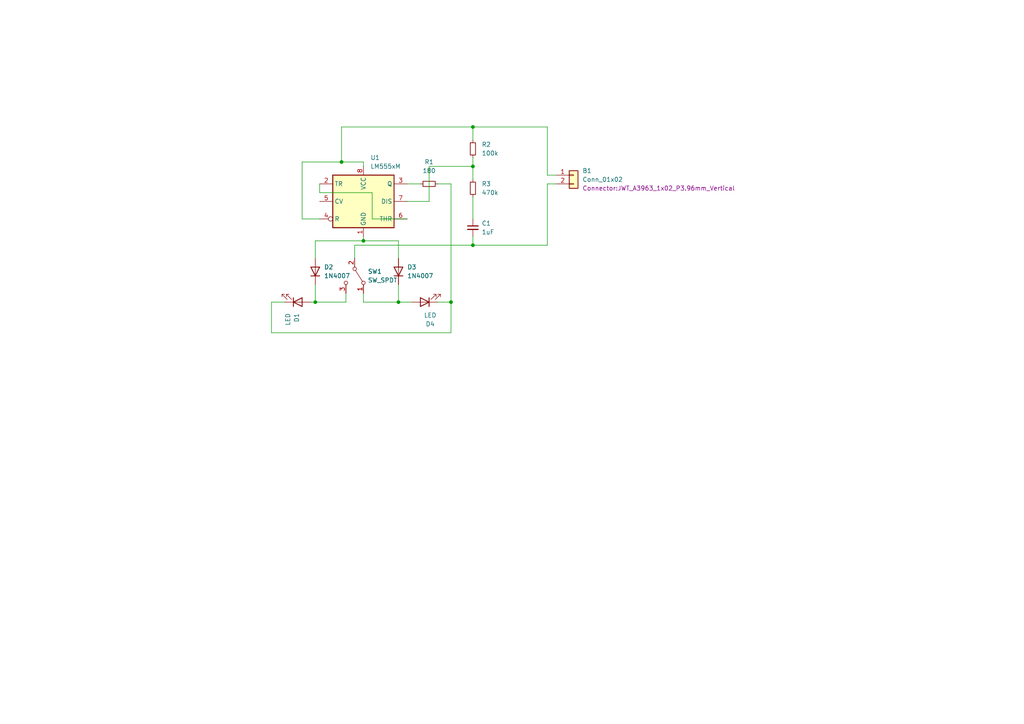
<source format=kicad_sch>
(kicad_sch (version 20211123) (generator eeschema)

  (uuid 9538e4ed-27e6-4c37-b989-9859dc0d49e8)

  (paper "A4")

  (lib_symbols
    (symbol "Connector_Generic:Conn_01x02" (pin_names (offset 1.016) hide) (in_bom yes) (on_board yes)
      (property "Reference" "J" (id 0) (at 0 2.54 0)
        (effects (font (size 1.27 1.27)))
      )
      (property "Value" "Conn_01x02" (id 1) (at 0 -5.08 0)
        (effects (font (size 1.27 1.27)))
      )
      (property "Footprint" "" (id 2) (at 0 0 0)
        (effects (font (size 1.27 1.27)) hide)
      )
      (property "Datasheet" "~" (id 3) (at 0 0 0)
        (effects (font (size 1.27 1.27)) hide)
      )
      (property "ki_keywords" "connector" (id 4) (at 0 0 0)
        (effects (font (size 1.27 1.27)) hide)
      )
      (property "ki_description" "Generic connector, single row, 01x02, script generated (kicad-library-utils/schlib/autogen/connector/)" (id 5) (at 0 0 0)
        (effects (font (size 1.27 1.27)) hide)
      )
      (property "ki_fp_filters" "Connector*:*_1x??_*" (id 6) (at 0 0 0)
        (effects (font (size 1.27 1.27)) hide)
      )
      (symbol "Conn_01x02_1_1"
        (rectangle (start -1.27 -2.413) (end 0 -2.667)
          (stroke (width 0.1524) (type default) (color 0 0 0 0))
          (fill (type none))
        )
        (rectangle (start -1.27 0.127) (end 0 -0.127)
          (stroke (width 0.1524) (type default) (color 0 0 0 0))
          (fill (type none))
        )
        (rectangle (start -1.27 1.27) (end 1.27 -3.81)
          (stroke (width 0.254) (type default) (color 0 0 0 0))
          (fill (type background))
        )
        (pin passive line (at -5.08 0 0) (length 3.81)
          (name "Pin_1" (effects (font (size 1.27 1.27))))
          (number "1" (effects (font (size 1.27 1.27))))
        )
        (pin passive line (at -5.08 -2.54 0) (length 3.81)
          (name "Pin_2" (effects (font (size 1.27 1.27))))
          (number "2" (effects (font (size 1.27 1.27))))
        )
      )
    )
    (symbol "Device:C_Small" (pin_numbers hide) (pin_names (offset 0.254) hide) (in_bom yes) (on_board yes)
      (property "Reference" "C" (id 0) (at 0.254 1.778 0)
        (effects (font (size 1.27 1.27)) (justify left))
      )
      (property "Value" "C_Small" (id 1) (at 0.254 -2.032 0)
        (effects (font (size 1.27 1.27)) (justify left))
      )
      (property "Footprint" "" (id 2) (at 0 0 0)
        (effects (font (size 1.27 1.27)) hide)
      )
      (property "Datasheet" "~" (id 3) (at 0 0 0)
        (effects (font (size 1.27 1.27)) hide)
      )
      (property "ki_keywords" "capacitor cap" (id 4) (at 0 0 0)
        (effects (font (size 1.27 1.27)) hide)
      )
      (property "ki_description" "Unpolarized capacitor, small symbol" (id 5) (at 0 0 0)
        (effects (font (size 1.27 1.27)) hide)
      )
      (property "ki_fp_filters" "C_*" (id 6) (at 0 0 0)
        (effects (font (size 1.27 1.27)) hide)
      )
      (symbol "C_Small_0_1"
        (polyline
          (pts
            (xy -1.524 -0.508)
            (xy 1.524 -0.508)
          )
          (stroke (width 0.3302) (type default) (color 0 0 0 0))
          (fill (type none))
        )
        (polyline
          (pts
            (xy -1.524 0.508)
            (xy 1.524 0.508)
          )
          (stroke (width 0.3048) (type default) (color 0 0 0 0))
          (fill (type none))
        )
      )
      (symbol "C_Small_1_1"
        (pin passive line (at 0 2.54 270) (length 2.032)
          (name "~" (effects (font (size 1.27 1.27))))
          (number "1" (effects (font (size 1.27 1.27))))
        )
        (pin passive line (at 0 -2.54 90) (length 2.032)
          (name "~" (effects (font (size 1.27 1.27))))
          (number "2" (effects (font (size 1.27 1.27))))
        )
      )
    )
    (symbol "Device:LED" (pin_numbers hide) (pin_names (offset 1.016) hide) (in_bom yes) (on_board yes)
      (property "Reference" "D" (id 0) (at 0 2.54 0)
        (effects (font (size 1.27 1.27)))
      )
      (property "Value" "LED" (id 1) (at 0 -2.54 0)
        (effects (font (size 1.27 1.27)))
      )
      (property "Footprint" "" (id 2) (at 0 0 0)
        (effects (font (size 1.27 1.27)) hide)
      )
      (property "Datasheet" "~" (id 3) (at 0 0 0)
        (effects (font (size 1.27 1.27)) hide)
      )
      (property "ki_keywords" "LED diode" (id 4) (at 0 0 0)
        (effects (font (size 1.27 1.27)) hide)
      )
      (property "ki_description" "Light emitting diode" (id 5) (at 0 0 0)
        (effects (font (size 1.27 1.27)) hide)
      )
      (property "ki_fp_filters" "LED* LED_SMD:* LED_THT:*" (id 6) (at 0 0 0)
        (effects (font (size 1.27 1.27)) hide)
      )
      (symbol "LED_0_1"
        (polyline
          (pts
            (xy -1.27 -1.27)
            (xy -1.27 1.27)
          )
          (stroke (width 0.254) (type default) (color 0 0 0 0))
          (fill (type none))
        )
        (polyline
          (pts
            (xy -1.27 0)
            (xy 1.27 0)
          )
          (stroke (width 0) (type default) (color 0 0 0 0))
          (fill (type none))
        )
        (polyline
          (pts
            (xy 1.27 -1.27)
            (xy 1.27 1.27)
            (xy -1.27 0)
            (xy 1.27 -1.27)
          )
          (stroke (width 0.254) (type default) (color 0 0 0 0))
          (fill (type none))
        )
        (polyline
          (pts
            (xy -3.048 -0.762)
            (xy -4.572 -2.286)
            (xy -3.81 -2.286)
            (xy -4.572 -2.286)
            (xy -4.572 -1.524)
          )
          (stroke (width 0) (type default) (color 0 0 0 0))
          (fill (type none))
        )
        (polyline
          (pts
            (xy -1.778 -0.762)
            (xy -3.302 -2.286)
            (xy -2.54 -2.286)
            (xy -3.302 -2.286)
            (xy -3.302 -1.524)
          )
          (stroke (width 0) (type default) (color 0 0 0 0))
          (fill (type none))
        )
      )
      (symbol "LED_1_1"
        (pin passive line (at -3.81 0 0) (length 2.54)
          (name "K" (effects (font (size 1.27 1.27))))
          (number "1" (effects (font (size 1.27 1.27))))
        )
        (pin passive line (at 3.81 0 180) (length 2.54)
          (name "A" (effects (font (size 1.27 1.27))))
          (number "2" (effects (font (size 1.27 1.27))))
        )
      )
    )
    (symbol "Device:R_Small" (pin_numbers hide) (pin_names (offset 0.254) hide) (in_bom yes) (on_board yes)
      (property "Reference" "R" (id 0) (at 0.762 0.508 0)
        (effects (font (size 1.27 1.27)) (justify left))
      )
      (property "Value" "R_Small" (id 1) (at 0.762 -1.016 0)
        (effects (font (size 1.27 1.27)) (justify left))
      )
      (property "Footprint" "" (id 2) (at 0 0 0)
        (effects (font (size 1.27 1.27)) hide)
      )
      (property "Datasheet" "~" (id 3) (at 0 0 0)
        (effects (font (size 1.27 1.27)) hide)
      )
      (property "ki_keywords" "R resistor" (id 4) (at 0 0 0)
        (effects (font (size 1.27 1.27)) hide)
      )
      (property "ki_description" "Resistor, small symbol" (id 5) (at 0 0 0)
        (effects (font (size 1.27 1.27)) hide)
      )
      (property "ki_fp_filters" "R_*" (id 6) (at 0 0 0)
        (effects (font (size 1.27 1.27)) hide)
      )
      (symbol "R_Small_0_1"
        (rectangle (start -0.762 1.778) (end 0.762 -1.778)
          (stroke (width 0.2032) (type default) (color 0 0 0 0))
          (fill (type none))
        )
      )
      (symbol "R_Small_1_1"
        (pin passive line (at 0 2.54 270) (length 0.762)
          (name "~" (effects (font (size 1.27 1.27))))
          (number "1" (effects (font (size 1.27 1.27))))
        )
        (pin passive line (at 0 -2.54 90) (length 0.762)
          (name "~" (effects (font (size 1.27 1.27))))
          (number "2" (effects (font (size 1.27 1.27))))
        )
      )
    )
    (symbol "Diode:1N4007" (pin_numbers hide) (pin_names (offset 1.016) hide) (in_bom yes) (on_board yes)
      (property "Reference" "D" (id 0) (at 0 2.54 0)
        (effects (font (size 1.27 1.27)))
      )
      (property "Value" "1N4007" (id 1) (at 0 -2.54 0)
        (effects (font (size 1.27 1.27)))
      )
      (property "Footprint" "Diode_THT:D_DO-41_SOD81_P10.16mm_Horizontal" (id 2) (at 0 -4.445 0)
        (effects (font (size 1.27 1.27)) hide)
      )
      (property "Datasheet" "http://www.vishay.com/docs/88503/1n4001.pdf" (id 3) (at 0 0 0)
        (effects (font (size 1.27 1.27)) hide)
      )
      (property "ki_keywords" "diode" (id 4) (at 0 0 0)
        (effects (font (size 1.27 1.27)) hide)
      )
      (property "ki_description" "1000V 1A General Purpose Rectifier Diode, DO-41" (id 5) (at 0 0 0)
        (effects (font (size 1.27 1.27)) hide)
      )
      (property "ki_fp_filters" "D*DO?41*" (id 6) (at 0 0 0)
        (effects (font (size 1.27 1.27)) hide)
      )
      (symbol "1N4007_0_1"
        (polyline
          (pts
            (xy -1.27 1.27)
            (xy -1.27 -1.27)
          )
          (stroke (width 0.254) (type default) (color 0 0 0 0))
          (fill (type none))
        )
        (polyline
          (pts
            (xy 1.27 0)
            (xy -1.27 0)
          )
          (stroke (width 0) (type default) (color 0 0 0 0))
          (fill (type none))
        )
        (polyline
          (pts
            (xy 1.27 1.27)
            (xy 1.27 -1.27)
            (xy -1.27 0)
            (xy 1.27 1.27)
          )
          (stroke (width 0.254) (type default) (color 0 0 0 0))
          (fill (type none))
        )
      )
      (symbol "1N4007_1_1"
        (pin passive line (at -3.81 0 0) (length 2.54)
          (name "K" (effects (font (size 1.27 1.27))))
          (number "1" (effects (font (size 1.27 1.27))))
        )
        (pin passive line (at 3.81 0 180) (length 2.54)
          (name "A" (effects (font (size 1.27 1.27))))
          (number "2" (effects (font (size 1.27 1.27))))
        )
      )
    )
    (symbol "Switch:SW_SPDT" (pin_names (offset 0) hide) (in_bom yes) (on_board yes)
      (property "Reference" "SW" (id 0) (at 0 4.318 0)
        (effects (font (size 1.27 1.27)))
      )
      (property "Value" "SW_SPDT" (id 1) (at 0 -5.08 0)
        (effects (font (size 1.27 1.27)))
      )
      (property "Footprint" "" (id 2) (at 0 0 0)
        (effects (font (size 1.27 1.27)) hide)
      )
      (property "Datasheet" "~" (id 3) (at 0 0 0)
        (effects (font (size 1.27 1.27)) hide)
      )
      (property "ki_keywords" "switch single-pole double-throw spdt ON-ON" (id 4) (at 0 0 0)
        (effects (font (size 1.27 1.27)) hide)
      )
      (property "ki_description" "Switch, single pole double throw" (id 5) (at 0 0 0)
        (effects (font (size 1.27 1.27)) hide)
      )
      (symbol "SW_SPDT_0_0"
        (circle (center -2.032 0) (radius 0.508)
          (stroke (width 0) (type default) (color 0 0 0 0))
          (fill (type none))
        )
        (circle (center 2.032 -2.54) (radius 0.508)
          (stroke (width 0) (type default) (color 0 0 0 0))
          (fill (type none))
        )
      )
      (symbol "SW_SPDT_0_1"
        (polyline
          (pts
            (xy -1.524 0.254)
            (xy 1.651 2.286)
          )
          (stroke (width 0) (type default) (color 0 0 0 0))
          (fill (type none))
        )
        (circle (center 2.032 2.54) (radius 0.508)
          (stroke (width 0) (type default) (color 0 0 0 0))
          (fill (type none))
        )
      )
      (symbol "SW_SPDT_1_1"
        (pin passive line (at 5.08 2.54 180) (length 2.54)
          (name "A" (effects (font (size 1.27 1.27))))
          (number "1" (effects (font (size 1.27 1.27))))
        )
        (pin passive line (at -5.08 0 0) (length 2.54)
          (name "B" (effects (font (size 1.27 1.27))))
          (number "2" (effects (font (size 1.27 1.27))))
        )
        (pin passive line (at 5.08 -2.54 180) (length 2.54)
          (name "C" (effects (font (size 1.27 1.27))))
          (number "3" (effects (font (size 1.27 1.27))))
        )
      )
    )
    (symbol "Timer:LM555xM" (in_bom yes) (on_board yes)
      (property "Reference" "U" (id 0) (at -10.16 8.89 0)
        (effects (font (size 1.27 1.27)) (justify left))
      )
      (property "Value" "LM555xM" (id 1) (at 2.54 8.89 0)
        (effects (font (size 1.27 1.27)) (justify left))
      )
      (property "Footprint" "Package_SO:SOIC-8_3.9x4.9mm_P1.27mm" (id 2) (at 21.59 -10.16 0)
        (effects (font (size 1.27 1.27)) hide)
      )
      (property "Datasheet" "http://www.ti.com/lit/ds/symlink/lm555.pdf" (id 3) (at 21.59 -10.16 0)
        (effects (font (size 1.27 1.27)) hide)
      )
      (property "ki_keywords" "single timer 555" (id 4) (at 0 0 0)
        (effects (font (size 1.27 1.27)) hide)
      )
      (property "ki_description" "Timer, 555 compatible, SOIC-8" (id 5) (at 0 0 0)
        (effects (font (size 1.27 1.27)) hide)
      )
      (property "ki_fp_filters" "SOIC*3.9x4.9mm*P1.27mm*" (id 6) (at 0 0 0)
        (effects (font (size 1.27 1.27)) hide)
      )
      (symbol "LM555xM_0_0"
        (pin power_in line (at 0 -10.16 90) (length 2.54)
          (name "GND" (effects (font (size 1.27 1.27))))
          (number "1" (effects (font (size 1.27 1.27))))
        )
        (pin power_in line (at 0 10.16 270) (length 2.54)
          (name "VCC" (effects (font (size 1.27 1.27))))
          (number "8" (effects (font (size 1.27 1.27))))
        )
      )
      (symbol "LM555xM_0_1"
        (rectangle (start -8.89 -7.62) (end 8.89 7.62)
          (stroke (width 0.254) (type default) (color 0 0 0 0))
          (fill (type background))
        )
        (rectangle (start -8.89 -7.62) (end 8.89 7.62)
          (stroke (width 0.254) (type default) (color 0 0 0 0))
          (fill (type background))
        )
      )
      (symbol "LM555xM_1_1"
        (pin input line (at -12.7 5.08 0) (length 3.81)
          (name "TR" (effects (font (size 1.27 1.27))))
          (number "2" (effects (font (size 1.27 1.27))))
        )
        (pin output line (at 12.7 5.08 180) (length 3.81)
          (name "Q" (effects (font (size 1.27 1.27))))
          (number "3" (effects (font (size 1.27 1.27))))
        )
        (pin input inverted (at -12.7 -5.08 0) (length 3.81)
          (name "R" (effects (font (size 1.27 1.27))))
          (number "4" (effects (font (size 1.27 1.27))))
        )
        (pin input line (at -12.7 0 0) (length 3.81)
          (name "CV" (effects (font (size 1.27 1.27))))
          (number "5" (effects (font (size 1.27 1.27))))
        )
        (pin input line (at 12.7 -5.08 180) (length 3.81)
          (name "THR" (effects (font (size 1.27 1.27))))
          (number "6" (effects (font (size 1.27 1.27))))
        )
        (pin input line (at 12.7 0 180) (length 3.81)
          (name "DIS" (effects (font (size 1.27 1.27))))
          (number "7" (effects (font (size 1.27 1.27))))
        )
      )
    )
  )

  (junction (at 137.16 48.26) (diameter 0) (color 0 0 0 0)
    (uuid 0a4099cc-e661-40b7-ab26-63fe733ade39)
  )
  (junction (at 137.16 71.12) (diameter 0) (color 0 0 0 0)
    (uuid 0c31a038-9e1a-4882-950a-c91d66fc784a)
  )
  (junction (at 105.41 69.85) (diameter 0) (color 0 0 0 0)
    (uuid 11331c48-bec8-4679-8ee0-bd52be32de5e)
  )
  (junction (at 99.06 46.99) (diameter 0) (color 0 0 0 0)
    (uuid 226fb131-d5d6-423d-984e-8e9d9766e8c7)
  )
  (junction (at 91.44 87.63) (diameter 0) (color 0 0 0 0)
    (uuid 260e00dd-7c03-4686-99f6-05bf8206d2b4)
  )
  (junction (at 137.16 36.83) (diameter 0) (color 0 0 0 0)
    (uuid 33ae1a74-6195-4ef5-8be4-8cf5f8feeb7a)
  )
  (junction (at 130.81 87.63) (diameter 0) (color 0 0 0 0)
    (uuid 81eeb150-1ebf-4432-8e74-eb3b5bb997c9)
  )
  (junction (at 115.57 87.63) (diameter 0) (color 0 0 0 0)
    (uuid 9b02cda1-68d7-4cac-945b-281f04f45f82)
  )

  (wire (pts (xy 105.41 87.63) (xy 115.57 87.63))
    (stroke (width 0) (type default) (color 0 0 0 0))
    (uuid 010a4115-91a9-4d56-812b-b13726805ef6)
  )
  (wire (pts (xy 92.71 55.88) (xy 107.95 55.88))
    (stroke (width 0) (type default) (color 0 0 0 0))
    (uuid 074c9822-c2b9-49b0-afb8-1629e6e80f62)
  )
  (wire (pts (xy 100.33 85.09) (xy 100.33 87.63))
    (stroke (width 0) (type default) (color 0 0 0 0))
    (uuid 0a1601f2-92ff-41eb-9e21-b4d9247d1707)
  )
  (wire (pts (xy 99.06 36.83) (xy 99.06 46.99))
    (stroke (width 0) (type default) (color 0 0 0 0))
    (uuid 0addfad8-0260-4de4-8a7e-0b5b0587527c)
  )
  (wire (pts (xy 127 53.34) (xy 130.81 53.34))
    (stroke (width 0) (type default) (color 0 0 0 0))
    (uuid 0ff2d1fc-6d4e-4567-8f28-5f71f892f015)
  )
  (wire (pts (xy 137.16 68.58) (xy 137.16 71.12))
    (stroke (width 0) (type default) (color 0 0 0 0))
    (uuid 1027a041-88b2-4c89-a66a-fd659aaee689)
  )
  (wire (pts (xy 137.16 36.83) (xy 99.06 36.83))
    (stroke (width 0) (type default) (color 0 0 0 0))
    (uuid 10aa3f8b-d2de-416c-a184-c8721384aeb0)
  )
  (wire (pts (xy 78.74 96.52) (xy 78.74 87.63))
    (stroke (width 0) (type default) (color 0 0 0 0))
    (uuid 11fe14ea-1d18-4a55-b94a-8dd91a36b971)
  )
  (wire (pts (xy 92.71 63.5) (xy 87.63 63.5))
    (stroke (width 0) (type default) (color 0 0 0 0))
    (uuid 13adea41-02a1-46df-8fef-145dc2a01ca1)
  )
  (wire (pts (xy 87.63 46.99) (xy 99.06 46.99))
    (stroke (width 0) (type default) (color 0 0 0 0))
    (uuid 144afb42-6fc7-4238-8ac7-fa2ec85af7d6)
  )
  (wire (pts (xy 91.44 69.85) (xy 105.41 69.85))
    (stroke (width 0) (type default) (color 0 0 0 0))
    (uuid 223a43d3-49fb-40ad-8ab7-d79f3136a2f5)
  )
  (wire (pts (xy 99.06 46.99) (xy 105.41 46.99))
    (stroke (width 0) (type default) (color 0 0 0 0))
    (uuid 28040fec-32cd-4713-90a2-7217bce1cc0c)
  )
  (wire (pts (xy 91.44 74.93) (xy 91.44 69.85))
    (stroke (width 0) (type default) (color 0 0 0 0))
    (uuid 2d0ba558-769a-4058-95d9-491bdaa2eba4)
  )
  (wire (pts (xy 105.41 85.09) (xy 105.41 87.63))
    (stroke (width 0) (type default) (color 0 0 0 0))
    (uuid 342e7b8b-1e38-4f37-b254-d985a1c1d7d4)
  )
  (wire (pts (xy 78.74 87.63) (xy 82.55 87.63))
    (stroke (width 0) (type default) (color 0 0 0 0))
    (uuid 3f5913b9-484e-4180-a85e-d65bff18c184)
  )
  (wire (pts (xy 87.63 63.5) (xy 87.63 46.99))
    (stroke (width 0) (type default) (color 0 0 0 0))
    (uuid 45840206-8a82-45da-a727-2f02364f9626)
  )
  (wire (pts (xy 92.71 53.34) (xy 92.71 55.88))
    (stroke (width 0) (type default) (color 0 0 0 0))
    (uuid 4634acab-e67d-432f-802a-efbf274c3821)
  )
  (wire (pts (xy 137.16 45.72) (xy 137.16 48.26))
    (stroke (width 0) (type default) (color 0 0 0 0))
    (uuid 4b55653e-0662-4179-a2f1-965dbf409f71)
  )
  (wire (pts (xy 102.87 74.93) (xy 102.87 71.12))
    (stroke (width 0) (type default) (color 0 0 0 0))
    (uuid 4ec2fa56-f53c-4ac2-9413-de1a248a341f)
  )
  (wire (pts (xy 115.57 87.63) (xy 119.38 87.63))
    (stroke (width 0) (type default) (color 0 0 0 0))
    (uuid 53e62bb7-f2d5-4def-a53e-dd74b4a1f94b)
  )
  (wire (pts (xy 158.75 50.8) (xy 161.29 50.8))
    (stroke (width 0) (type default) (color 0 0 0 0))
    (uuid 53eaae9b-e07a-4bc1-8eb9-88ea96a784e3)
  )
  (wire (pts (xy 137.16 40.64) (xy 137.16 36.83))
    (stroke (width 0) (type default) (color 0 0 0 0))
    (uuid 55a82a75-6f20-4207-85b3-61ac0172d43e)
  )
  (wire (pts (xy 137.16 57.15) (xy 137.16 63.5))
    (stroke (width 0) (type default) (color 0 0 0 0))
    (uuid 57b8d8e5-c15a-42eb-a42a-37f1b1e829cb)
  )
  (wire (pts (xy 115.57 82.55) (xy 115.57 87.63))
    (stroke (width 0) (type default) (color 0 0 0 0))
    (uuid 59424b95-19b9-4b71-b238-59a22a8b8533)
  )
  (wire (pts (xy 115.57 74.93) (xy 115.57 69.85))
    (stroke (width 0) (type default) (color 0 0 0 0))
    (uuid 5dbe69d3-44fe-41c0-a894-cb10994e0575)
  )
  (wire (pts (xy 118.11 53.34) (xy 121.92 53.34))
    (stroke (width 0) (type default) (color 0 0 0 0))
    (uuid 604dc424-6816-4f85-99ea-ebea6374f76f)
  )
  (wire (pts (xy 137.16 36.83) (xy 158.75 36.83))
    (stroke (width 0) (type default) (color 0 0 0 0))
    (uuid 60a81452-b02f-4115-b77f-3d2e40f94164)
  )
  (wire (pts (xy 115.57 69.85) (xy 105.41 69.85))
    (stroke (width 0) (type default) (color 0 0 0 0))
    (uuid 6b308d53-886f-4462-b529-1384c2c76ea0)
  )
  (wire (pts (xy 137.16 48.26) (xy 137.16 52.07))
    (stroke (width 0) (type default) (color 0 0 0 0))
    (uuid 75a72dcb-6027-4d3d-92f5-dc9cdfaa2a35)
  )
  (wire (pts (xy 91.44 82.55) (xy 91.44 87.63))
    (stroke (width 0) (type default) (color 0 0 0 0))
    (uuid 804c1935-4806-480c-a763-4678110938be)
  )
  (wire (pts (xy 130.81 87.63) (xy 127 87.63))
    (stroke (width 0) (type default) (color 0 0 0 0))
    (uuid 8c285bab-5a2c-4fce-ab85-66eb609c60fa)
  )
  (wire (pts (xy 105.41 46.99) (xy 105.41 48.26))
    (stroke (width 0) (type default) (color 0 0 0 0))
    (uuid 9324ee3c-9b4c-4434-8ca9-3f11a8095fb9)
  )
  (wire (pts (xy 102.87 71.12) (xy 137.16 71.12))
    (stroke (width 0) (type default) (color 0 0 0 0))
    (uuid 936f010a-160e-489f-8cfc-f8a42845ed4b)
  )
  (wire (pts (xy 161.29 53.34) (xy 158.75 53.34))
    (stroke (width 0) (type default) (color 0 0 0 0))
    (uuid 9665e3ce-7d57-4a66-88d4-577006341c64)
  )
  (wire (pts (xy 130.81 87.63) (xy 130.81 96.52))
    (stroke (width 0) (type default) (color 0 0 0 0))
    (uuid 9916f7f4-9055-4101-aa79-9dd36cc603b5)
  )
  (wire (pts (xy 130.81 96.52) (xy 78.74 96.52))
    (stroke (width 0) (type default) (color 0 0 0 0))
    (uuid 9d8d4559-81f3-437f-8486-81f999e11c62)
  )
  (wire (pts (xy 130.81 53.34) (xy 130.81 87.63))
    (stroke (width 0) (type default) (color 0 0 0 0))
    (uuid a7cbb908-ca98-4119-a2b8-7333293bc6ca)
  )
  (wire (pts (xy 118.11 58.42) (xy 124.46 58.42))
    (stroke (width 0) (type default) (color 0 0 0 0))
    (uuid b1d82991-211a-4480-83b0-27be82d7bdf0)
  )
  (wire (pts (xy 158.75 53.34) (xy 158.75 71.12))
    (stroke (width 0) (type default) (color 0 0 0 0))
    (uuid b2e02d33-f3cd-4566-86ee-945079abb8ec)
  )
  (wire (pts (xy 158.75 36.83) (xy 158.75 50.8))
    (stroke (width 0) (type default) (color 0 0 0 0))
    (uuid b902170c-fe31-4581-ae95-007f6338c1c8)
  )
  (wire (pts (xy 107.95 55.88) (xy 107.95 63.5))
    (stroke (width 0) (type default) (color 0 0 0 0))
    (uuid bb4cda43-c5fa-488d-92c8-1767a0e40e85)
  )
  (wire (pts (xy 137.16 71.12) (xy 158.75 71.12))
    (stroke (width 0) (type default) (color 0 0 0 0))
    (uuid bc958809-36c7-4ee5-b9a6-4f15ee2cc899)
  )
  (wire (pts (xy 124.46 58.42) (xy 124.46 48.26))
    (stroke (width 0) (type default) (color 0 0 0 0))
    (uuid c4c86620-a151-4376-9c32-ae8f89eb1dc1)
  )
  (wire (pts (xy 107.95 63.5) (xy 118.11 63.5))
    (stroke (width 0) (type default) (color 0 0 0 0))
    (uuid ded00d07-55c6-4807-ac54-638d1cefbb19)
  )
  (wire (pts (xy 124.46 48.26) (xy 137.16 48.26))
    (stroke (width 0) (type default) (color 0 0 0 0))
    (uuid e20410af-0019-4de4-b97e-621d788434d1)
  )
  (wire (pts (xy 105.41 69.85) (xy 105.41 68.58))
    (stroke (width 0) (type default) (color 0 0 0 0))
    (uuid e30badc8-2d03-4d93-b371-6afcd0c13097)
  )
  (wire (pts (xy 91.44 87.63) (xy 100.33 87.63))
    (stroke (width 0) (type default) (color 0 0 0 0))
    (uuid eb480717-53ef-4c2f-bae6-225fe2592ca6)
  )
  (wire (pts (xy 90.17 87.63) (xy 91.44 87.63))
    (stroke (width 0) (type default) (color 0 0 0 0))
    (uuid fd086a8a-f7d1-4f99-83dd-9fafab436867)
  )

  (symbol (lib_id "Connector_Generic:Conn_01x02") (at 166.37 50.8 0) (unit 1)
    (in_bom yes) (on_board yes) (fields_autoplaced)
    (uuid 10215979-2023-4c7f-9411-762c348e47a2)
    (property "Reference" "B1" (id 0) (at 168.91 49.5299 0)
      (effects (font (size 1.27 1.27)) (justify left))
    )
    (property "Value" "" (id 1) (at 168.91 52.0699 0)
      (effects (font (size 1.27 1.27)) (justify left))
    )
    (property "Footprint" "" (id 2) (at 168.91 54.6099 0)
      (effects (font (size 1.27 1.27)) (justify left))
    )
    (property "Datasheet" "~" (id 3) (at 166.37 50.8 0)
      (effects (font (size 1.27 1.27)) hide)
    )
    (pin "1" (uuid 6efbc32d-f062-46c0-b747-15674d8728b3))
    (pin "2" (uuid 2cf1510a-39b4-435d-a5d3-1658af7a0b59))
  )

  (symbol (lib_id "Timer:LM555xM") (at 105.41 58.42 0) (unit 1)
    (in_bom yes) (on_board yes) (fields_autoplaced)
    (uuid 1a185e95-77fc-4465-b4d0-afb7eb3ad8ae)
    (property "Reference" "U1" (id 0) (at 107.4294 45.72 0)
      (effects (font (size 1.27 1.27)) (justify left))
    )
    (property "Value" "" (id 1) (at 107.4294 48.26 0)
      (effects (font (size 1.27 1.27)) (justify left))
    )
    (property "Footprint" "" (id 2) (at 127 68.58 0)
      (effects (font (size 1.27 1.27)) hide)
    )
    (property "Datasheet" "http://www.ti.com/lit/ds/symlink/lm555.pdf" (id 3) (at 127 68.58 0)
      (effects (font (size 1.27 1.27)) hide)
    )
    (pin "1" (uuid b920caad-2f3f-4582-aa68-8321cfff405e))
    (pin "8" (uuid d2c01c6e-07b2-4f79-8fdf-b90a371ff415))
    (pin "2" (uuid 5714efe6-d46e-4578-9372-6eb4828853cc))
    (pin "3" (uuid 9f1ebb24-5efe-4851-adb4-96bc4fdd4439))
    (pin "4" (uuid 41552278-8be9-4da3-a549-88e25d7b06be))
    (pin "5" (uuid e32e7c64-dbda-497a-806a-c8d4dfd3b935))
    (pin "6" (uuid 49f10b21-98c9-4aed-824b-8c0bdccd36ee))
    (pin "7" (uuid af503b27-39dd-4ac6-8b38-1bcf556b39e1))
  )

  (symbol (lib_id "Device:R_Small") (at 137.16 54.61 0) (unit 1)
    (in_bom yes) (on_board yes) (fields_autoplaced)
    (uuid 37b1a099-2f72-400f-a581-af5a960c7a88)
    (property "Reference" "R3" (id 0) (at 139.7 53.3399 0)
      (effects (font (size 1.27 1.27)) (justify left))
    )
    (property "Value" "" (id 1) (at 139.7 55.8799 0)
      (effects (font (size 1.27 1.27)) (justify left))
    )
    (property "Footprint" "" (id 2) (at 137.16 54.61 0)
      (effects (font (size 1.27 1.27)) hide)
    )
    (property "Datasheet" "~" (id 3) (at 137.16 54.61 0)
      (effects (font (size 1.27 1.27)) hide)
    )
    (pin "1" (uuid 5104efc5-15a9-4e3b-8e71-5a3c82d14692))
    (pin "2" (uuid 73e2ed7f-7907-4516-a34a-cbd5c8db4add))
  )

  (symbol (lib_id "Diode:1N4007") (at 115.57 78.74 90) (unit 1)
    (in_bom yes) (on_board yes) (fields_autoplaced)
    (uuid 75620cfa-942a-44e9-b169-6e75a1f44847)
    (property "Reference" "D3" (id 0) (at 118.11 77.4699 90)
      (effects (font (size 1.27 1.27)) (justify right))
    )
    (property "Value" "" (id 1) (at 118.11 80.0099 90)
      (effects (font (size 1.27 1.27)) (justify right))
    )
    (property "Footprint" "" (id 2) (at 120.015 78.74 0)
      (effects (font (size 1.27 1.27)) hide)
    )
    (property "Datasheet" "http://www.vishay.com/docs/88503/1n4001.pdf" (id 3) (at 115.57 78.74 0)
      (effects (font (size 1.27 1.27)) hide)
    )
    (pin "1" (uuid 82cef259-9dd0-43ea-9ad2-d4e5547a5601))
    (pin "2" (uuid fa79562d-b820-49da-a16d-85aa2f9928c2))
  )

  (symbol (lib_id "Diode:1N4007") (at 91.44 78.74 90) (unit 1)
    (in_bom yes) (on_board yes) (fields_autoplaced)
    (uuid 8357091e-9888-4514-bbb0-9fdaa108c9ed)
    (property "Reference" "D2" (id 0) (at 93.98 77.4699 90)
      (effects (font (size 1.27 1.27)) (justify right))
    )
    (property "Value" "" (id 1) (at 93.98 80.0099 90)
      (effects (font (size 1.27 1.27)) (justify right))
    )
    (property "Footprint" "" (id 2) (at 95.885 78.74 0)
      (effects (font (size 1.27 1.27)) hide)
    )
    (property "Datasheet" "http://www.vishay.com/docs/88503/1n4001.pdf" (id 3) (at 91.44 78.74 0)
      (effects (font (size 1.27 1.27)) hide)
    )
    (pin "1" (uuid 09273a57-c018-4c95-bf56-6a72d760eb6e))
    (pin "2" (uuid 08186541-8903-4351-8fc0-152277603d40))
  )

  (symbol (lib_id "Device:R_Small") (at 137.16 43.18 0) (unit 1)
    (in_bom yes) (on_board yes) (fields_autoplaced)
    (uuid 909ec4e1-d994-427a-a4ac-fb5373667d7b)
    (property "Reference" "R2" (id 0) (at 139.7 41.9099 0)
      (effects (font (size 1.27 1.27)) (justify left))
    )
    (property "Value" "100k" (id 1) (at 139.7 44.4499 0)
      (effects (font (size 1.27 1.27)) (justify left))
    )
    (property "Footprint" "Resistor_THT:R_Bare_Metal_Element_L12.4mm_W4.8mm_P11.40mm" (id 2) (at 137.16 43.18 0)
      (effects (font (size 1.27 1.27)) hide)
    )
    (property "Datasheet" "~" (id 3) (at 137.16 43.18 0)
      (effects (font (size 1.27 1.27)) hide)
    )
    (pin "1" (uuid 854ab88f-921a-4a4e-83e7-0c8c90e99c0f))
    (pin "2" (uuid a201ff57-cad7-458a-8183-d4bffde9dc44))
  )

  (symbol (lib_id "Device:LED") (at 86.36 87.63 0) (mirror x) (unit 1)
    (in_bom yes) (on_board yes) (fields_autoplaced)
    (uuid a2bf5aa6-3b98-43da-bedf-12f0da52340d)
    (property "Reference" "D1" (id 0) (at 86.0426 90.805 90)
      (effects (font (size 1.27 1.27)) (justify left))
    )
    (property "Value" "" (id 1) (at 83.5026 90.805 90)
      (effects (font (size 1.27 1.27)) (justify left))
    )
    (property "Footprint" "" (id 2) (at 86.36 87.63 0)
      (effects (font (size 1.27 1.27)) hide)
    )
    (property "Datasheet" "~" (id 3) (at 86.36 87.63 0)
      (effects (font (size 1.27 1.27)) hide)
    )
    (pin "1" (uuid 2eea1359-9299-45fc-bae4-6b0ac51f87ac))
    (pin "2" (uuid e665b44e-2b54-4463-bc0e-fce8bfefbd88))
  )

  (symbol (lib_id "Device:R_Small") (at 124.46 53.34 90) (unit 1)
    (in_bom yes) (on_board yes) (fields_autoplaced)
    (uuid ad928034-ec59-4699-9f88-451f55bd2e31)
    (property "Reference" "R1" (id 0) (at 124.46 46.99 90))
    (property "Value" "" (id 1) (at 124.46 49.53 90))
    (property "Footprint" "" (id 2) (at 124.46 53.34 0)
      (effects (font (size 1.27 1.27)) hide)
    )
    (property "Datasheet" "~" (id 3) (at 124.46 53.34 0)
      (effects (font (size 1.27 1.27)) hide)
    )
    (pin "1" (uuid d0eb65e1-0cdc-4ec3-841c-a1d0330c0ee0))
    (pin "2" (uuid 5c951d22-4f83-474a-bab5-ace0bbb3ed52))
  )

  (symbol (lib_id "Device:C_Small") (at 137.16 66.04 0) (unit 1)
    (in_bom yes) (on_board yes) (fields_autoplaced)
    (uuid af1f0278-d1de-432d-8bf9-4159b5aac096)
    (property "Reference" "C1" (id 0) (at 139.7 64.7762 0)
      (effects (font (size 1.27 1.27)) (justify left))
    )
    (property "Value" "" (id 1) (at 139.7 67.3162 0)
      (effects (font (size 1.27 1.27)) (justify left))
    )
    (property "Footprint" "" (id 2) (at 137.16 66.04 0)
      (effects (font (size 1.27 1.27)) hide)
    )
    (property "Datasheet" "~" (id 3) (at 137.16 66.04 0)
      (effects (font (size 1.27 1.27)) hide)
    )
    (pin "1" (uuid 26a10c96-ff5e-4eb2-8681-723c148ea898))
    (pin "2" (uuid b70e70a3-eca6-43f6-8ed2-86664344e5de))
  )

  (symbol (lib_id "Device:LED") (at 123.19 87.63 180) (unit 1)
    (in_bom yes) (on_board yes) (fields_autoplaced)
    (uuid c6355b12-3831-466d-8105-8a76107b7e98)
    (property "Reference" "D4" (id 0) (at 124.7775 93.98 0))
    (property "Value" "" (id 1) (at 124.7775 91.44 0))
    (property "Footprint" "" (id 2) (at 123.19 87.63 0)
      (effects (font (size 1.27 1.27)) hide)
    )
    (property "Datasheet" "~" (id 3) (at 123.19 87.63 0)
      (effects (font (size 1.27 1.27)) hide)
    )
    (pin "1" (uuid 4df71eee-ceec-4ee0-a6dc-e3f3a3b00934))
    (pin "2" (uuid d53349cc-7c7a-4e6f-8b28-58bc574c5e76))
  )

  (symbol (lib_id "Switch:SW_SPDT") (at 102.87 80.01 270) (unit 1)
    (in_bom yes) (on_board yes) (fields_autoplaced)
    (uuid ed961fdb-2ae5-43f4-8f85-9bfaa13c366d)
    (property "Reference" "SW1" (id 0) (at 106.68 78.7399 90)
      (effects (font (size 1.27 1.27)) (justify left))
    )
    (property "Value" "" (id 1) (at 106.68 81.2799 90)
      (effects (font (size 1.27 1.27)) (justify left))
    )
    (property "Footprint" "" (id 2) (at 102.87 80.01 0)
      (effects (font (size 1.27 1.27)) hide)
    )
    (property "Datasheet" "~" (id 3) (at 102.87 80.01 0)
      (effects (font (size 1.27 1.27)) hide)
    )
    (pin "1" (uuid d5c5a35a-2641-409b-a7de-80610f3f5e8b))
    (pin "2" (uuid 3bb645a8-a208-4650-9a32-ecf01650c5c3))
    (pin "3" (uuid ad891c10-281b-47a8-ae09-0e2c8a015b33))
  )

  (sheet_instances
    (path "/" (page "1"))
  )

  (symbol_instances
    (path "/10215979-2023-4c7f-9411-762c348e47a2"
      (reference "B1") (unit 1) (value "Conn_01x02") (footprint "Connector:JWT_A3963_1x02_P3.96mm_Vertical")
    )
    (path "/af1f0278-d1de-432d-8bf9-4159b5aac096"
      (reference "C1") (unit 1) (value "1uF") (footprint "Capacitor_THT:CP_Radial_D10.0mm_P3.50mm")
    )
    (path "/a2bf5aa6-3b98-43da-bedf-12f0da52340d"
      (reference "D1") (unit 1) (value "LED") (footprint "LED_THT:LED_D3.0mm")
    )
    (path "/8357091e-9888-4514-bbb0-9fdaa108c9ed"
      (reference "D2") (unit 1) (value "1N4007") (footprint "Diode_THT:D_DO-15_P12.70mm_Horizontal")
    )
    (path "/75620cfa-942a-44e9-b169-6e75a1f44847"
      (reference "D3") (unit 1) (value "1N4007") (footprint "Diode_THT:D_DO-15_P12.70mm_Horizontal")
    )
    (path "/c6355b12-3831-466d-8105-8a76107b7e98"
      (reference "D4") (unit 1) (value "LED") (footprint "LED_THT:LED_D3.0mm")
    )
    (path "/ad928034-ec59-4699-9f88-451f55bd2e31"
      (reference "R1") (unit 1) (value "180") (footprint "Resistor_THT:R_Bare_Metal_Element_L12.4mm_W4.8mm_P11.40mm")
    )
    (path "/909ec4e1-d994-427a-a4ac-fb5373667d7b"
      (reference "R2") (unit 1) (value "100k") (footprint "Resistor_THT:R_Bare_Metal_Element_L12.4mm_W4.8mm_P11.40mm")
    )
    (path "/37b1a099-2f72-400f-a581-af5a960c7a88"
      (reference "R3") (unit 1) (value "470k") (footprint "Resistor_THT:R_Bare_Metal_Element_L12.4mm_W4.8mm_P11.40mm")
    )
    (path "/ed961fdb-2ae5-43f4-8f85-9bfaa13c366d"
      (reference "SW1") (unit 1) (value "SW_SPDT") (footprint "Button_Switch_SMD:SW_Push_1P1T-MP_NO_Horizontal_Alps_SKRTLAE010")
    )
    (path "/1a185e95-77fc-4465-b4d0-afb7eb3ad8ae"
      (reference "U1") (unit 1) (value "LM555xM") (footprint "Package_SO:SOIC-8_3.9x4.9mm_P1.27mm")
    )
  )
)

</source>
